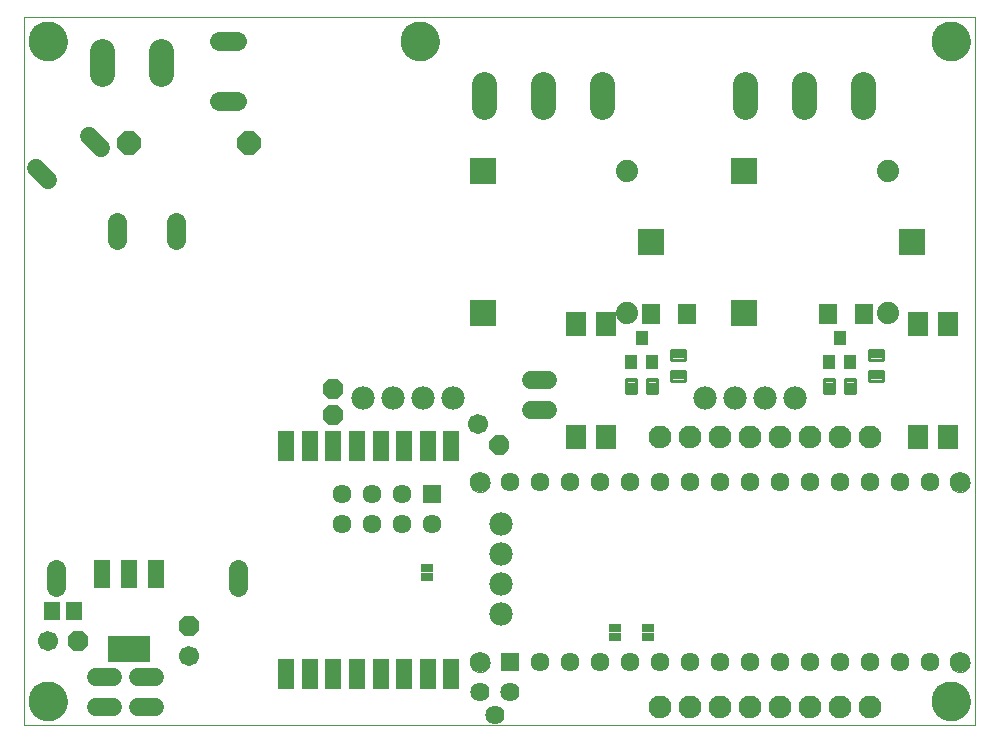
<source format=gbs>
G75*
%MOIN*%
%OFA0B0*%
%FSLAX25Y25*%
%IPPOS*%
%LPD*%
%AMOC8*
5,1,8,0,0,1.08239X$1,22.5*
%
%ADD10C,0.00000*%
%ADD11C,0.12998*%
%ADD12R,0.06337X0.06337*%
%ADD13C,0.06337*%
%ADD14C,0.01340*%
%ADD15C,0.06700*%
%ADD16R,0.05400X0.10400*%
%ADD17R,0.03900X0.02800*%
%ADD18OC8,0.06700*%
%ADD19R,0.09000X0.09000*%
%ADD20C,0.07400*%
%ADD21C,0.01100*%
%ADD22R,0.04400X0.04900*%
%ADD23C,0.08200*%
%ADD24R,0.06400X0.07000*%
%ADD25R,0.06699X0.08274*%
%ADD26C,0.07600*%
%ADD27C,0.06337*%
%ADD28C,0.06000*%
%ADD29C,0.06400*%
%ADD30R,0.05518X0.06306*%
%ADD31R,0.05400X0.09400*%
%ADD32R,0.14400X0.08900*%
%ADD33C,0.06900*%
%ADD34C,0.07800*%
%ADD35OC8,0.08000*%
%ADD36C,0.06400*%
D10*
X0006435Y0031850D02*
X0323435Y0031850D01*
X0323435Y0267850D01*
X0006435Y0267850D01*
X0006435Y0031850D01*
X0008136Y0039850D02*
X0008138Y0040008D01*
X0008144Y0040166D01*
X0008154Y0040324D01*
X0008168Y0040482D01*
X0008186Y0040639D01*
X0008207Y0040796D01*
X0008233Y0040952D01*
X0008263Y0041108D01*
X0008296Y0041263D01*
X0008334Y0041416D01*
X0008375Y0041569D01*
X0008420Y0041721D01*
X0008469Y0041872D01*
X0008522Y0042021D01*
X0008578Y0042169D01*
X0008638Y0042315D01*
X0008702Y0042460D01*
X0008770Y0042603D01*
X0008841Y0042745D01*
X0008915Y0042885D01*
X0008993Y0043022D01*
X0009075Y0043158D01*
X0009159Y0043292D01*
X0009248Y0043423D01*
X0009339Y0043552D01*
X0009434Y0043679D01*
X0009531Y0043804D01*
X0009632Y0043926D01*
X0009736Y0044045D01*
X0009843Y0044162D01*
X0009953Y0044276D01*
X0010066Y0044387D01*
X0010181Y0044496D01*
X0010299Y0044601D01*
X0010420Y0044703D01*
X0010543Y0044803D01*
X0010669Y0044899D01*
X0010797Y0044992D01*
X0010927Y0045082D01*
X0011060Y0045168D01*
X0011195Y0045252D01*
X0011331Y0045331D01*
X0011470Y0045408D01*
X0011611Y0045480D01*
X0011753Y0045550D01*
X0011897Y0045615D01*
X0012043Y0045677D01*
X0012190Y0045735D01*
X0012339Y0045790D01*
X0012489Y0045841D01*
X0012640Y0045888D01*
X0012792Y0045931D01*
X0012945Y0045970D01*
X0013100Y0046006D01*
X0013255Y0046037D01*
X0013411Y0046065D01*
X0013567Y0046089D01*
X0013724Y0046109D01*
X0013882Y0046125D01*
X0014039Y0046137D01*
X0014198Y0046145D01*
X0014356Y0046149D01*
X0014514Y0046149D01*
X0014672Y0046145D01*
X0014831Y0046137D01*
X0014988Y0046125D01*
X0015146Y0046109D01*
X0015303Y0046089D01*
X0015459Y0046065D01*
X0015615Y0046037D01*
X0015770Y0046006D01*
X0015925Y0045970D01*
X0016078Y0045931D01*
X0016230Y0045888D01*
X0016381Y0045841D01*
X0016531Y0045790D01*
X0016680Y0045735D01*
X0016827Y0045677D01*
X0016973Y0045615D01*
X0017117Y0045550D01*
X0017259Y0045480D01*
X0017400Y0045408D01*
X0017539Y0045331D01*
X0017675Y0045252D01*
X0017810Y0045168D01*
X0017943Y0045082D01*
X0018073Y0044992D01*
X0018201Y0044899D01*
X0018327Y0044803D01*
X0018450Y0044703D01*
X0018571Y0044601D01*
X0018689Y0044496D01*
X0018804Y0044387D01*
X0018917Y0044276D01*
X0019027Y0044162D01*
X0019134Y0044045D01*
X0019238Y0043926D01*
X0019339Y0043804D01*
X0019436Y0043679D01*
X0019531Y0043552D01*
X0019622Y0043423D01*
X0019711Y0043292D01*
X0019795Y0043158D01*
X0019877Y0043022D01*
X0019955Y0042885D01*
X0020029Y0042745D01*
X0020100Y0042603D01*
X0020168Y0042460D01*
X0020232Y0042315D01*
X0020292Y0042169D01*
X0020348Y0042021D01*
X0020401Y0041872D01*
X0020450Y0041721D01*
X0020495Y0041569D01*
X0020536Y0041416D01*
X0020574Y0041263D01*
X0020607Y0041108D01*
X0020637Y0040952D01*
X0020663Y0040796D01*
X0020684Y0040639D01*
X0020702Y0040482D01*
X0020716Y0040324D01*
X0020726Y0040166D01*
X0020732Y0040008D01*
X0020734Y0039850D01*
X0020732Y0039692D01*
X0020726Y0039534D01*
X0020716Y0039376D01*
X0020702Y0039218D01*
X0020684Y0039061D01*
X0020663Y0038904D01*
X0020637Y0038748D01*
X0020607Y0038592D01*
X0020574Y0038437D01*
X0020536Y0038284D01*
X0020495Y0038131D01*
X0020450Y0037979D01*
X0020401Y0037828D01*
X0020348Y0037679D01*
X0020292Y0037531D01*
X0020232Y0037385D01*
X0020168Y0037240D01*
X0020100Y0037097D01*
X0020029Y0036955D01*
X0019955Y0036815D01*
X0019877Y0036678D01*
X0019795Y0036542D01*
X0019711Y0036408D01*
X0019622Y0036277D01*
X0019531Y0036148D01*
X0019436Y0036021D01*
X0019339Y0035896D01*
X0019238Y0035774D01*
X0019134Y0035655D01*
X0019027Y0035538D01*
X0018917Y0035424D01*
X0018804Y0035313D01*
X0018689Y0035204D01*
X0018571Y0035099D01*
X0018450Y0034997D01*
X0018327Y0034897D01*
X0018201Y0034801D01*
X0018073Y0034708D01*
X0017943Y0034618D01*
X0017810Y0034532D01*
X0017675Y0034448D01*
X0017539Y0034369D01*
X0017400Y0034292D01*
X0017259Y0034220D01*
X0017117Y0034150D01*
X0016973Y0034085D01*
X0016827Y0034023D01*
X0016680Y0033965D01*
X0016531Y0033910D01*
X0016381Y0033859D01*
X0016230Y0033812D01*
X0016078Y0033769D01*
X0015925Y0033730D01*
X0015770Y0033694D01*
X0015615Y0033663D01*
X0015459Y0033635D01*
X0015303Y0033611D01*
X0015146Y0033591D01*
X0014988Y0033575D01*
X0014831Y0033563D01*
X0014672Y0033555D01*
X0014514Y0033551D01*
X0014356Y0033551D01*
X0014198Y0033555D01*
X0014039Y0033563D01*
X0013882Y0033575D01*
X0013724Y0033591D01*
X0013567Y0033611D01*
X0013411Y0033635D01*
X0013255Y0033663D01*
X0013100Y0033694D01*
X0012945Y0033730D01*
X0012792Y0033769D01*
X0012640Y0033812D01*
X0012489Y0033859D01*
X0012339Y0033910D01*
X0012190Y0033965D01*
X0012043Y0034023D01*
X0011897Y0034085D01*
X0011753Y0034150D01*
X0011611Y0034220D01*
X0011470Y0034292D01*
X0011331Y0034369D01*
X0011195Y0034448D01*
X0011060Y0034532D01*
X0010927Y0034618D01*
X0010797Y0034708D01*
X0010669Y0034801D01*
X0010543Y0034897D01*
X0010420Y0034997D01*
X0010299Y0035099D01*
X0010181Y0035204D01*
X0010066Y0035313D01*
X0009953Y0035424D01*
X0009843Y0035538D01*
X0009736Y0035655D01*
X0009632Y0035774D01*
X0009531Y0035896D01*
X0009434Y0036021D01*
X0009339Y0036148D01*
X0009248Y0036277D01*
X0009159Y0036408D01*
X0009075Y0036542D01*
X0008993Y0036678D01*
X0008915Y0036815D01*
X0008841Y0036955D01*
X0008770Y0037097D01*
X0008702Y0037240D01*
X0008638Y0037385D01*
X0008578Y0037531D01*
X0008522Y0037679D01*
X0008469Y0037828D01*
X0008420Y0037979D01*
X0008375Y0038131D01*
X0008334Y0038284D01*
X0008296Y0038437D01*
X0008263Y0038592D01*
X0008233Y0038748D01*
X0008207Y0038904D01*
X0008186Y0039061D01*
X0008168Y0039218D01*
X0008154Y0039376D01*
X0008144Y0039534D01*
X0008138Y0039692D01*
X0008136Y0039850D01*
X0155185Y0052850D02*
X0155187Y0052963D01*
X0155193Y0053077D01*
X0155203Y0053190D01*
X0155217Y0053302D01*
X0155234Y0053414D01*
X0155256Y0053526D01*
X0155282Y0053636D01*
X0155311Y0053746D01*
X0155344Y0053854D01*
X0155381Y0053962D01*
X0155422Y0054067D01*
X0155466Y0054172D01*
X0155514Y0054275D01*
X0155565Y0054376D01*
X0155620Y0054475D01*
X0155679Y0054572D01*
X0155741Y0054667D01*
X0155806Y0054760D01*
X0155874Y0054851D01*
X0155945Y0054939D01*
X0156020Y0055025D01*
X0156097Y0055108D01*
X0156177Y0055188D01*
X0156260Y0055265D01*
X0156346Y0055340D01*
X0156434Y0055411D01*
X0156525Y0055479D01*
X0156618Y0055544D01*
X0156713Y0055606D01*
X0156810Y0055665D01*
X0156909Y0055720D01*
X0157010Y0055771D01*
X0157113Y0055819D01*
X0157218Y0055863D01*
X0157323Y0055904D01*
X0157431Y0055941D01*
X0157539Y0055974D01*
X0157649Y0056003D01*
X0157759Y0056029D01*
X0157871Y0056051D01*
X0157983Y0056068D01*
X0158095Y0056082D01*
X0158208Y0056092D01*
X0158322Y0056098D01*
X0158435Y0056100D01*
X0158548Y0056098D01*
X0158662Y0056092D01*
X0158775Y0056082D01*
X0158887Y0056068D01*
X0158999Y0056051D01*
X0159111Y0056029D01*
X0159221Y0056003D01*
X0159331Y0055974D01*
X0159439Y0055941D01*
X0159547Y0055904D01*
X0159652Y0055863D01*
X0159757Y0055819D01*
X0159860Y0055771D01*
X0159961Y0055720D01*
X0160060Y0055665D01*
X0160157Y0055606D01*
X0160252Y0055544D01*
X0160345Y0055479D01*
X0160436Y0055411D01*
X0160524Y0055340D01*
X0160610Y0055265D01*
X0160693Y0055188D01*
X0160773Y0055108D01*
X0160850Y0055025D01*
X0160925Y0054939D01*
X0160996Y0054851D01*
X0161064Y0054760D01*
X0161129Y0054667D01*
X0161191Y0054572D01*
X0161250Y0054475D01*
X0161305Y0054376D01*
X0161356Y0054275D01*
X0161404Y0054172D01*
X0161448Y0054067D01*
X0161489Y0053962D01*
X0161526Y0053854D01*
X0161559Y0053746D01*
X0161588Y0053636D01*
X0161614Y0053526D01*
X0161636Y0053414D01*
X0161653Y0053302D01*
X0161667Y0053190D01*
X0161677Y0053077D01*
X0161683Y0052963D01*
X0161685Y0052850D01*
X0161683Y0052737D01*
X0161677Y0052623D01*
X0161667Y0052510D01*
X0161653Y0052398D01*
X0161636Y0052286D01*
X0161614Y0052174D01*
X0161588Y0052064D01*
X0161559Y0051954D01*
X0161526Y0051846D01*
X0161489Y0051738D01*
X0161448Y0051633D01*
X0161404Y0051528D01*
X0161356Y0051425D01*
X0161305Y0051324D01*
X0161250Y0051225D01*
X0161191Y0051128D01*
X0161129Y0051033D01*
X0161064Y0050940D01*
X0160996Y0050849D01*
X0160925Y0050761D01*
X0160850Y0050675D01*
X0160773Y0050592D01*
X0160693Y0050512D01*
X0160610Y0050435D01*
X0160524Y0050360D01*
X0160436Y0050289D01*
X0160345Y0050221D01*
X0160252Y0050156D01*
X0160157Y0050094D01*
X0160060Y0050035D01*
X0159961Y0049980D01*
X0159860Y0049929D01*
X0159757Y0049881D01*
X0159652Y0049837D01*
X0159547Y0049796D01*
X0159439Y0049759D01*
X0159331Y0049726D01*
X0159221Y0049697D01*
X0159111Y0049671D01*
X0158999Y0049649D01*
X0158887Y0049632D01*
X0158775Y0049618D01*
X0158662Y0049608D01*
X0158548Y0049602D01*
X0158435Y0049600D01*
X0158322Y0049602D01*
X0158208Y0049608D01*
X0158095Y0049618D01*
X0157983Y0049632D01*
X0157871Y0049649D01*
X0157759Y0049671D01*
X0157649Y0049697D01*
X0157539Y0049726D01*
X0157431Y0049759D01*
X0157323Y0049796D01*
X0157218Y0049837D01*
X0157113Y0049881D01*
X0157010Y0049929D01*
X0156909Y0049980D01*
X0156810Y0050035D01*
X0156713Y0050094D01*
X0156618Y0050156D01*
X0156525Y0050221D01*
X0156434Y0050289D01*
X0156346Y0050360D01*
X0156260Y0050435D01*
X0156177Y0050512D01*
X0156097Y0050592D01*
X0156020Y0050675D01*
X0155945Y0050761D01*
X0155874Y0050849D01*
X0155806Y0050940D01*
X0155741Y0051033D01*
X0155679Y0051128D01*
X0155620Y0051225D01*
X0155565Y0051324D01*
X0155514Y0051425D01*
X0155466Y0051528D01*
X0155422Y0051633D01*
X0155381Y0051738D01*
X0155344Y0051846D01*
X0155311Y0051954D01*
X0155282Y0052064D01*
X0155256Y0052174D01*
X0155234Y0052286D01*
X0155217Y0052398D01*
X0155203Y0052510D01*
X0155193Y0052623D01*
X0155187Y0052737D01*
X0155185Y0052850D01*
X0155185Y0112850D02*
X0155187Y0112963D01*
X0155193Y0113077D01*
X0155203Y0113190D01*
X0155217Y0113302D01*
X0155234Y0113414D01*
X0155256Y0113526D01*
X0155282Y0113636D01*
X0155311Y0113746D01*
X0155344Y0113854D01*
X0155381Y0113962D01*
X0155422Y0114067D01*
X0155466Y0114172D01*
X0155514Y0114275D01*
X0155565Y0114376D01*
X0155620Y0114475D01*
X0155679Y0114572D01*
X0155741Y0114667D01*
X0155806Y0114760D01*
X0155874Y0114851D01*
X0155945Y0114939D01*
X0156020Y0115025D01*
X0156097Y0115108D01*
X0156177Y0115188D01*
X0156260Y0115265D01*
X0156346Y0115340D01*
X0156434Y0115411D01*
X0156525Y0115479D01*
X0156618Y0115544D01*
X0156713Y0115606D01*
X0156810Y0115665D01*
X0156909Y0115720D01*
X0157010Y0115771D01*
X0157113Y0115819D01*
X0157218Y0115863D01*
X0157323Y0115904D01*
X0157431Y0115941D01*
X0157539Y0115974D01*
X0157649Y0116003D01*
X0157759Y0116029D01*
X0157871Y0116051D01*
X0157983Y0116068D01*
X0158095Y0116082D01*
X0158208Y0116092D01*
X0158322Y0116098D01*
X0158435Y0116100D01*
X0158548Y0116098D01*
X0158662Y0116092D01*
X0158775Y0116082D01*
X0158887Y0116068D01*
X0158999Y0116051D01*
X0159111Y0116029D01*
X0159221Y0116003D01*
X0159331Y0115974D01*
X0159439Y0115941D01*
X0159547Y0115904D01*
X0159652Y0115863D01*
X0159757Y0115819D01*
X0159860Y0115771D01*
X0159961Y0115720D01*
X0160060Y0115665D01*
X0160157Y0115606D01*
X0160252Y0115544D01*
X0160345Y0115479D01*
X0160436Y0115411D01*
X0160524Y0115340D01*
X0160610Y0115265D01*
X0160693Y0115188D01*
X0160773Y0115108D01*
X0160850Y0115025D01*
X0160925Y0114939D01*
X0160996Y0114851D01*
X0161064Y0114760D01*
X0161129Y0114667D01*
X0161191Y0114572D01*
X0161250Y0114475D01*
X0161305Y0114376D01*
X0161356Y0114275D01*
X0161404Y0114172D01*
X0161448Y0114067D01*
X0161489Y0113962D01*
X0161526Y0113854D01*
X0161559Y0113746D01*
X0161588Y0113636D01*
X0161614Y0113526D01*
X0161636Y0113414D01*
X0161653Y0113302D01*
X0161667Y0113190D01*
X0161677Y0113077D01*
X0161683Y0112963D01*
X0161685Y0112850D01*
X0161683Y0112737D01*
X0161677Y0112623D01*
X0161667Y0112510D01*
X0161653Y0112398D01*
X0161636Y0112286D01*
X0161614Y0112174D01*
X0161588Y0112064D01*
X0161559Y0111954D01*
X0161526Y0111846D01*
X0161489Y0111738D01*
X0161448Y0111633D01*
X0161404Y0111528D01*
X0161356Y0111425D01*
X0161305Y0111324D01*
X0161250Y0111225D01*
X0161191Y0111128D01*
X0161129Y0111033D01*
X0161064Y0110940D01*
X0160996Y0110849D01*
X0160925Y0110761D01*
X0160850Y0110675D01*
X0160773Y0110592D01*
X0160693Y0110512D01*
X0160610Y0110435D01*
X0160524Y0110360D01*
X0160436Y0110289D01*
X0160345Y0110221D01*
X0160252Y0110156D01*
X0160157Y0110094D01*
X0160060Y0110035D01*
X0159961Y0109980D01*
X0159860Y0109929D01*
X0159757Y0109881D01*
X0159652Y0109837D01*
X0159547Y0109796D01*
X0159439Y0109759D01*
X0159331Y0109726D01*
X0159221Y0109697D01*
X0159111Y0109671D01*
X0158999Y0109649D01*
X0158887Y0109632D01*
X0158775Y0109618D01*
X0158662Y0109608D01*
X0158548Y0109602D01*
X0158435Y0109600D01*
X0158322Y0109602D01*
X0158208Y0109608D01*
X0158095Y0109618D01*
X0157983Y0109632D01*
X0157871Y0109649D01*
X0157759Y0109671D01*
X0157649Y0109697D01*
X0157539Y0109726D01*
X0157431Y0109759D01*
X0157323Y0109796D01*
X0157218Y0109837D01*
X0157113Y0109881D01*
X0157010Y0109929D01*
X0156909Y0109980D01*
X0156810Y0110035D01*
X0156713Y0110094D01*
X0156618Y0110156D01*
X0156525Y0110221D01*
X0156434Y0110289D01*
X0156346Y0110360D01*
X0156260Y0110435D01*
X0156177Y0110512D01*
X0156097Y0110592D01*
X0156020Y0110675D01*
X0155945Y0110761D01*
X0155874Y0110849D01*
X0155806Y0110940D01*
X0155741Y0111033D01*
X0155679Y0111128D01*
X0155620Y0111225D01*
X0155565Y0111324D01*
X0155514Y0111425D01*
X0155466Y0111528D01*
X0155422Y0111633D01*
X0155381Y0111738D01*
X0155344Y0111846D01*
X0155311Y0111954D01*
X0155282Y0112064D01*
X0155256Y0112174D01*
X0155234Y0112286D01*
X0155217Y0112398D01*
X0155203Y0112510D01*
X0155193Y0112623D01*
X0155187Y0112737D01*
X0155185Y0112850D01*
X0309136Y0039850D02*
X0309138Y0040008D01*
X0309144Y0040166D01*
X0309154Y0040324D01*
X0309168Y0040482D01*
X0309186Y0040639D01*
X0309207Y0040796D01*
X0309233Y0040952D01*
X0309263Y0041108D01*
X0309296Y0041263D01*
X0309334Y0041416D01*
X0309375Y0041569D01*
X0309420Y0041721D01*
X0309469Y0041872D01*
X0309522Y0042021D01*
X0309578Y0042169D01*
X0309638Y0042315D01*
X0309702Y0042460D01*
X0309770Y0042603D01*
X0309841Y0042745D01*
X0309915Y0042885D01*
X0309993Y0043022D01*
X0310075Y0043158D01*
X0310159Y0043292D01*
X0310248Y0043423D01*
X0310339Y0043552D01*
X0310434Y0043679D01*
X0310531Y0043804D01*
X0310632Y0043926D01*
X0310736Y0044045D01*
X0310843Y0044162D01*
X0310953Y0044276D01*
X0311066Y0044387D01*
X0311181Y0044496D01*
X0311299Y0044601D01*
X0311420Y0044703D01*
X0311543Y0044803D01*
X0311669Y0044899D01*
X0311797Y0044992D01*
X0311927Y0045082D01*
X0312060Y0045168D01*
X0312195Y0045252D01*
X0312331Y0045331D01*
X0312470Y0045408D01*
X0312611Y0045480D01*
X0312753Y0045550D01*
X0312897Y0045615D01*
X0313043Y0045677D01*
X0313190Y0045735D01*
X0313339Y0045790D01*
X0313489Y0045841D01*
X0313640Y0045888D01*
X0313792Y0045931D01*
X0313945Y0045970D01*
X0314100Y0046006D01*
X0314255Y0046037D01*
X0314411Y0046065D01*
X0314567Y0046089D01*
X0314724Y0046109D01*
X0314882Y0046125D01*
X0315039Y0046137D01*
X0315198Y0046145D01*
X0315356Y0046149D01*
X0315514Y0046149D01*
X0315672Y0046145D01*
X0315831Y0046137D01*
X0315988Y0046125D01*
X0316146Y0046109D01*
X0316303Y0046089D01*
X0316459Y0046065D01*
X0316615Y0046037D01*
X0316770Y0046006D01*
X0316925Y0045970D01*
X0317078Y0045931D01*
X0317230Y0045888D01*
X0317381Y0045841D01*
X0317531Y0045790D01*
X0317680Y0045735D01*
X0317827Y0045677D01*
X0317973Y0045615D01*
X0318117Y0045550D01*
X0318259Y0045480D01*
X0318400Y0045408D01*
X0318539Y0045331D01*
X0318675Y0045252D01*
X0318810Y0045168D01*
X0318943Y0045082D01*
X0319073Y0044992D01*
X0319201Y0044899D01*
X0319327Y0044803D01*
X0319450Y0044703D01*
X0319571Y0044601D01*
X0319689Y0044496D01*
X0319804Y0044387D01*
X0319917Y0044276D01*
X0320027Y0044162D01*
X0320134Y0044045D01*
X0320238Y0043926D01*
X0320339Y0043804D01*
X0320436Y0043679D01*
X0320531Y0043552D01*
X0320622Y0043423D01*
X0320711Y0043292D01*
X0320795Y0043158D01*
X0320877Y0043022D01*
X0320955Y0042885D01*
X0321029Y0042745D01*
X0321100Y0042603D01*
X0321168Y0042460D01*
X0321232Y0042315D01*
X0321292Y0042169D01*
X0321348Y0042021D01*
X0321401Y0041872D01*
X0321450Y0041721D01*
X0321495Y0041569D01*
X0321536Y0041416D01*
X0321574Y0041263D01*
X0321607Y0041108D01*
X0321637Y0040952D01*
X0321663Y0040796D01*
X0321684Y0040639D01*
X0321702Y0040482D01*
X0321716Y0040324D01*
X0321726Y0040166D01*
X0321732Y0040008D01*
X0321734Y0039850D01*
X0321732Y0039692D01*
X0321726Y0039534D01*
X0321716Y0039376D01*
X0321702Y0039218D01*
X0321684Y0039061D01*
X0321663Y0038904D01*
X0321637Y0038748D01*
X0321607Y0038592D01*
X0321574Y0038437D01*
X0321536Y0038284D01*
X0321495Y0038131D01*
X0321450Y0037979D01*
X0321401Y0037828D01*
X0321348Y0037679D01*
X0321292Y0037531D01*
X0321232Y0037385D01*
X0321168Y0037240D01*
X0321100Y0037097D01*
X0321029Y0036955D01*
X0320955Y0036815D01*
X0320877Y0036678D01*
X0320795Y0036542D01*
X0320711Y0036408D01*
X0320622Y0036277D01*
X0320531Y0036148D01*
X0320436Y0036021D01*
X0320339Y0035896D01*
X0320238Y0035774D01*
X0320134Y0035655D01*
X0320027Y0035538D01*
X0319917Y0035424D01*
X0319804Y0035313D01*
X0319689Y0035204D01*
X0319571Y0035099D01*
X0319450Y0034997D01*
X0319327Y0034897D01*
X0319201Y0034801D01*
X0319073Y0034708D01*
X0318943Y0034618D01*
X0318810Y0034532D01*
X0318675Y0034448D01*
X0318539Y0034369D01*
X0318400Y0034292D01*
X0318259Y0034220D01*
X0318117Y0034150D01*
X0317973Y0034085D01*
X0317827Y0034023D01*
X0317680Y0033965D01*
X0317531Y0033910D01*
X0317381Y0033859D01*
X0317230Y0033812D01*
X0317078Y0033769D01*
X0316925Y0033730D01*
X0316770Y0033694D01*
X0316615Y0033663D01*
X0316459Y0033635D01*
X0316303Y0033611D01*
X0316146Y0033591D01*
X0315988Y0033575D01*
X0315831Y0033563D01*
X0315672Y0033555D01*
X0315514Y0033551D01*
X0315356Y0033551D01*
X0315198Y0033555D01*
X0315039Y0033563D01*
X0314882Y0033575D01*
X0314724Y0033591D01*
X0314567Y0033611D01*
X0314411Y0033635D01*
X0314255Y0033663D01*
X0314100Y0033694D01*
X0313945Y0033730D01*
X0313792Y0033769D01*
X0313640Y0033812D01*
X0313489Y0033859D01*
X0313339Y0033910D01*
X0313190Y0033965D01*
X0313043Y0034023D01*
X0312897Y0034085D01*
X0312753Y0034150D01*
X0312611Y0034220D01*
X0312470Y0034292D01*
X0312331Y0034369D01*
X0312195Y0034448D01*
X0312060Y0034532D01*
X0311927Y0034618D01*
X0311797Y0034708D01*
X0311669Y0034801D01*
X0311543Y0034897D01*
X0311420Y0034997D01*
X0311299Y0035099D01*
X0311181Y0035204D01*
X0311066Y0035313D01*
X0310953Y0035424D01*
X0310843Y0035538D01*
X0310736Y0035655D01*
X0310632Y0035774D01*
X0310531Y0035896D01*
X0310434Y0036021D01*
X0310339Y0036148D01*
X0310248Y0036277D01*
X0310159Y0036408D01*
X0310075Y0036542D01*
X0309993Y0036678D01*
X0309915Y0036815D01*
X0309841Y0036955D01*
X0309770Y0037097D01*
X0309702Y0037240D01*
X0309638Y0037385D01*
X0309578Y0037531D01*
X0309522Y0037679D01*
X0309469Y0037828D01*
X0309420Y0037979D01*
X0309375Y0038131D01*
X0309334Y0038284D01*
X0309296Y0038437D01*
X0309263Y0038592D01*
X0309233Y0038748D01*
X0309207Y0038904D01*
X0309186Y0039061D01*
X0309168Y0039218D01*
X0309154Y0039376D01*
X0309144Y0039534D01*
X0309138Y0039692D01*
X0309136Y0039850D01*
X0315185Y0052850D02*
X0315187Y0052963D01*
X0315193Y0053077D01*
X0315203Y0053190D01*
X0315217Y0053302D01*
X0315234Y0053414D01*
X0315256Y0053526D01*
X0315282Y0053636D01*
X0315311Y0053746D01*
X0315344Y0053854D01*
X0315381Y0053962D01*
X0315422Y0054067D01*
X0315466Y0054172D01*
X0315514Y0054275D01*
X0315565Y0054376D01*
X0315620Y0054475D01*
X0315679Y0054572D01*
X0315741Y0054667D01*
X0315806Y0054760D01*
X0315874Y0054851D01*
X0315945Y0054939D01*
X0316020Y0055025D01*
X0316097Y0055108D01*
X0316177Y0055188D01*
X0316260Y0055265D01*
X0316346Y0055340D01*
X0316434Y0055411D01*
X0316525Y0055479D01*
X0316618Y0055544D01*
X0316713Y0055606D01*
X0316810Y0055665D01*
X0316909Y0055720D01*
X0317010Y0055771D01*
X0317113Y0055819D01*
X0317218Y0055863D01*
X0317323Y0055904D01*
X0317431Y0055941D01*
X0317539Y0055974D01*
X0317649Y0056003D01*
X0317759Y0056029D01*
X0317871Y0056051D01*
X0317983Y0056068D01*
X0318095Y0056082D01*
X0318208Y0056092D01*
X0318322Y0056098D01*
X0318435Y0056100D01*
X0318548Y0056098D01*
X0318662Y0056092D01*
X0318775Y0056082D01*
X0318887Y0056068D01*
X0318999Y0056051D01*
X0319111Y0056029D01*
X0319221Y0056003D01*
X0319331Y0055974D01*
X0319439Y0055941D01*
X0319547Y0055904D01*
X0319652Y0055863D01*
X0319757Y0055819D01*
X0319860Y0055771D01*
X0319961Y0055720D01*
X0320060Y0055665D01*
X0320157Y0055606D01*
X0320252Y0055544D01*
X0320345Y0055479D01*
X0320436Y0055411D01*
X0320524Y0055340D01*
X0320610Y0055265D01*
X0320693Y0055188D01*
X0320773Y0055108D01*
X0320850Y0055025D01*
X0320925Y0054939D01*
X0320996Y0054851D01*
X0321064Y0054760D01*
X0321129Y0054667D01*
X0321191Y0054572D01*
X0321250Y0054475D01*
X0321305Y0054376D01*
X0321356Y0054275D01*
X0321404Y0054172D01*
X0321448Y0054067D01*
X0321489Y0053962D01*
X0321526Y0053854D01*
X0321559Y0053746D01*
X0321588Y0053636D01*
X0321614Y0053526D01*
X0321636Y0053414D01*
X0321653Y0053302D01*
X0321667Y0053190D01*
X0321677Y0053077D01*
X0321683Y0052963D01*
X0321685Y0052850D01*
X0321683Y0052737D01*
X0321677Y0052623D01*
X0321667Y0052510D01*
X0321653Y0052398D01*
X0321636Y0052286D01*
X0321614Y0052174D01*
X0321588Y0052064D01*
X0321559Y0051954D01*
X0321526Y0051846D01*
X0321489Y0051738D01*
X0321448Y0051633D01*
X0321404Y0051528D01*
X0321356Y0051425D01*
X0321305Y0051324D01*
X0321250Y0051225D01*
X0321191Y0051128D01*
X0321129Y0051033D01*
X0321064Y0050940D01*
X0320996Y0050849D01*
X0320925Y0050761D01*
X0320850Y0050675D01*
X0320773Y0050592D01*
X0320693Y0050512D01*
X0320610Y0050435D01*
X0320524Y0050360D01*
X0320436Y0050289D01*
X0320345Y0050221D01*
X0320252Y0050156D01*
X0320157Y0050094D01*
X0320060Y0050035D01*
X0319961Y0049980D01*
X0319860Y0049929D01*
X0319757Y0049881D01*
X0319652Y0049837D01*
X0319547Y0049796D01*
X0319439Y0049759D01*
X0319331Y0049726D01*
X0319221Y0049697D01*
X0319111Y0049671D01*
X0318999Y0049649D01*
X0318887Y0049632D01*
X0318775Y0049618D01*
X0318662Y0049608D01*
X0318548Y0049602D01*
X0318435Y0049600D01*
X0318322Y0049602D01*
X0318208Y0049608D01*
X0318095Y0049618D01*
X0317983Y0049632D01*
X0317871Y0049649D01*
X0317759Y0049671D01*
X0317649Y0049697D01*
X0317539Y0049726D01*
X0317431Y0049759D01*
X0317323Y0049796D01*
X0317218Y0049837D01*
X0317113Y0049881D01*
X0317010Y0049929D01*
X0316909Y0049980D01*
X0316810Y0050035D01*
X0316713Y0050094D01*
X0316618Y0050156D01*
X0316525Y0050221D01*
X0316434Y0050289D01*
X0316346Y0050360D01*
X0316260Y0050435D01*
X0316177Y0050512D01*
X0316097Y0050592D01*
X0316020Y0050675D01*
X0315945Y0050761D01*
X0315874Y0050849D01*
X0315806Y0050940D01*
X0315741Y0051033D01*
X0315679Y0051128D01*
X0315620Y0051225D01*
X0315565Y0051324D01*
X0315514Y0051425D01*
X0315466Y0051528D01*
X0315422Y0051633D01*
X0315381Y0051738D01*
X0315344Y0051846D01*
X0315311Y0051954D01*
X0315282Y0052064D01*
X0315256Y0052174D01*
X0315234Y0052286D01*
X0315217Y0052398D01*
X0315203Y0052510D01*
X0315193Y0052623D01*
X0315187Y0052737D01*
X0315185Y0052850D01*
X0315185Y0112850D02*
X0315187Y0112963D01*
X0315193Y0113077D01*
X0315203Y0113190D01*
X0315217Y0113302D01*
X0315234Y0113414D01*
X0315256Y0113526D01*
X0315282Y0113636D01*
X0315311Y0113746D01*
X0315344Y0113854D01*
X0315381Y0113962D01*
X0315422Y0114067D01*
X0315466Y0114172D01*
X0315514Y0114275D01*
X0315565Y0114376D01*
X0315620Y0114475D01*
X0315679Y0114572D01*
X0315741Y0114667D01*
X0315806Y0114760D01*
X0315874Y0114851D01*
X0315945Y0114939D01*
X0316020Y0115025D01*
X0316097Y0115108D01*
X0316177Y0115188D01*
X0316260Y0115265D01*
X0316346Y0115340D01*
X0316434Y0115411D01*
X0316525Y0115479D01*
X0316618Y0115544D01*
X0316713Y0115606D01*
X0316810Y0115665D01*
X0316909Y0115720D01*
X0317010Y0115771D01*
X0317113Y0115819D01*
X0317218Y0115863D01*
X0317323Y0115904D01*
X0317431Y0115941D01*
X0317539Y0115974D01*
X0317649Y0116003D01*
X0317759Y0116029D01*
X0317871Y0116051D01*
X0317983Y0116068D01*
X0318095Y0116082D01*
X0318208Y0116092D01*
X0318322Y0116098D01*
X0318435Y0116100D01*
X0318548Y0116098D01*
X0318662Y0116092D01*
X0318775Y0116082D01*
X0318887Y0116068D01*
X0318999Y0116051D01*
X0319111Y0116029D01*
X0319221Y0116003D01*
X0319331Y0115974D01*
X0319439Y0115941D01*
X0319547Y0115904D01*
X0319652Y0115863D01*
X0319757Y0115819D01*
X0319860Y0115771D01*
X0319961Y0115720D01*
X0320060Y0115665D01*
X0320157Y0115606D01*
X0320252Y0115544D01*
X0320345Y0115479D01*
X0320436Y0115411D01*
X0320524Y0115340D01*
X0320610Y0115265D01*
X0320693Y0115188D01*
X0320773Y0115108D01*
X0320850Y0115025D01*
X0320925Y0114939D01*
X0320996Y0114851D01*
X0321064Y0114760D01*
X0321129Y0114667D01*
X0321191Y0114572D01*
X0321250Y0114475D01*
X0321305Y0114376D01*
X0321356Y0114275D01*
X0321404Y0114172D01*
X0321448Y0114067D01*
X0321489Y0113962D01*
X0321526Y0113854D01*
X0321559Y0113746D01*
X0321588Y0113636D01*
X0321614Y0113526D01*
X0321636Y0113414D01*
X0321653Y0113302D01*
X0321667Y0113190D01*
X0321677Y0113077D01*
X0321683Y0112963D01*
X0321685Y0112850D01*
X0321683Y0112737D01*
X0321677Y0112623D01*
X0321667Y0112510D01*
X0321653Y0112398D01*
X0321636Y0112286D01*
X0321614Y0112174D01*
X0321588Y0112064D01*
X0321559Y0111954D01*
X0321526Y0111846D01*
X0321489Y0111738D01*
X0321448Y0111633D01*
X0321404Y0111528D01*
X0321356Y0111425D01*
X0321305Y0111324D01*
X0321250Y0111225D01*
X0321191Y0111128D01*
X0321129Y0111033D01*
X0321064Y0110940D01*
X0320996Y0110849D01*
X0320925Y0110761D01*
X0320850Y0110675D01*
X0320773Y0110592D01*
X0320693Y0110512D01*
X0320610Y0110435D01*
X0320524Y0110360D01*
X0320436Y0110289D01*
X0320345Y0110221D01*
X0320252Y0110156D01*
X0320157Y0110094D01*
X0320060Y0110035D01*
X0319961Y0109980D01*
X0319860Y0109929D01*
X0319757Y0109881D01*
X0319652Y0109837D01*
X0319547Y0109796D01*
X0319439Y0109759D01*
X0319331Y0109726D01*
X0319221Y0109697D01*
X0319111Y0109671D01*
X0318999Y0109649D01*
X0318887Y0109632D01*
X0318775Y0109618D01*
X0318662Y0109608D01*
X0318548Y0109602D01*
X0318435Y0109600D01*
X0318322Y0109602D01*
X0318208Y0109608D01*
X0318095Y0109618D01*
X0317983Y0109632D01*
X0317871Y0109649D01*
X0317759Y0109671D01*
X0317649Y0109697D01*
X0317539Y0109726D01*
X0317431Y0109759D01*
X0317323Y0109796D01*
X0317218Y0109837D01*
X0317113Y0109881D01*
X0317010Y0109929D01*
X0316909Y0109980D01*
X0316810Y0110035D01*
X0316713Y0110094D01*
X0316618Y0110156D01*
X0316525Y0110221D01*
X0316434Y0110289D01*
X0316346Y0110360D01*
X0316260Y0110435D01*
X0316177Y0110512D01*
X0316097Y0110592D01*
X0316020Y0110675D01*
X0315945Y0110761D01*
X0315874Y0110849D01*
X0315806Y0110940D01*
X0315741Y0111033D01*
X0315679Y0111128D01*
X0315620Y0111225D01*
X0315565Y0111324D01*
X0315514Y0111425D01*
X0315466Y0111528D01*
X0315422Y0111633D01*
X0315381Y0111738D01*
X0315344Y0111846D01*
X0315311Y0111954D01*
X0315282Y0112064D01*
X0315256Y0112174D01*
X0315234Y0112286D01*
X0315217Y0112398D01*
X0315203Y0112510D01*
X0315193Y0112623D01*
X0315187Y0112737D01*
X0315185Y0112850D01*
X0309136Y0259850D02*
X0309138Y0260008D01*
X0309144Y0260166D01*
X0309154Y0260324D01*
X0309168Y0260482D01*
X0309186Y0260639D01*
X0309207Y0260796D01*
X0309233Y0260952D01*
X0309263Y0261108D01*
X0309296Y0261263D01*
X0309334Y0261416D01*
X0309375Y0261569D01*
X0309420Y0261721D01*
X0309469Y0261872D01*
X0309522Y0262021D01*
X0309578Y0262169D01*
X0309638Y0262315D01*
X0309702Y0262460D01*
X0309770Y0262603D01*
X0309841Y0262745D01*
X0309915Y0262885D01*
X0309993Y0263022D01*
X0310075Y0263158D01*
X0310159Y0263292D01*
X0310248Y0263423D01*
X0310339Y0263552D01*
X0310434Y0263679D01*
X0310531Y0263804D01*
X0310632Y0263926D01*
X0310736Y0264045D01*
X0310843Y0264162D01*
X0310953Y0264276D01*
X0311066Y0264387D01*
X0311181Y0264496D01*
X0311299Y0264601D01*
X0311420Y0264703D01*
X0311543Y0264803D01*
X0311669Y0264899D01*
X0311797Y0264992D01*
X0311927Y0265082D01*
X0312060Y0265168D01*
X0312195Y0265252D01*
X0312331Y0265331D01*
X0312470Y0265408D01*
X0312611Y0265480D01*
X0312753Y0265550D01*
X0312897Y0265615D01*
X0313043Y0265677D01*
X0313190Y0265735D01*
X0313339Y0265790D01*
X0313489Y0265841D01*
X0313640Y0265888D01*
X0313792Y0265931D01*
X0313945Y0265970D01*
X0314100Y0266006D01*
X0314255Y0266037D01*
X0314411Y0266065D01*
X0314567Y0266089D01*
X0314724Y0266109D01*
X0314882Y0266125D01*
X0315039Y0266137D01*
X0315198Y0266145D01*
X0315356Y0266149D01*
X0315514Y0266149D01*
X0315672Y0266145D01*
X0315831Y0266137D01*
X0315988Y0266125D01*
X0316146Y0266109D01*
X0316303Y0266089D01*
X0316459Y0266065D01*
X0316615Y0266037D01*
X0316770Y0266006D01*
X0316925Y0265970D01*
X0317078Y0265931D01*
X0317230Y0265888D01*
X0317381Y0265841D01*
X0317531Y0265790D01*
X0317680Y0265735D01*
X0317827Y0265677D01*
X0317973Y0265615D01*
X0318117Y0265550D01*
X0318259Y0265480D01*
X0318400Y0265408D01*
X0318539Y0265331D01*
X0318675Y0265252D01*
X0318810Y0265168D01*
X0318943Y0265082D01*
X0319073Y0264992D01*
X0319201Y0264899D01*
X0319327Y0264803D01*
X0319450Y0264703D01*
X0319571Y0264601D01*
X0319689Y0264496D01*
X0319804Y0264387D01*
X0319917Y0264276D01*
X0320027Y0264162D01*
X0320134Y0264045D01*
X0320238Y0263926D01*
X0320339Y0263804D01*
X0320436Y0263679D01*
X0320531Y0263552D01*
X0320622Y0263423D01*
X0320711Y0263292D01*
X0320795Y0263158D01*
X0320877Y0263022D01*
X0320955Y0262885D01*
X0321029Y0262745D01*
X0321100Y0262603D01*
X0321168Y0262460D01*
X0321232Y0262315D01*
X0321292Y0262169D01*
X0321348Y0262021D01*
X0321401Y0261872D01*
X0321450Y0261721D01*
X0321495Y0261569D01*
X0321536Y0261416D01*
X0321574Y0261263D01*
X0321607Y0261108D01*
X0321637Y0260952D01*
X0321663Y0260796D01*
X0321684Y0260639D01*
X0321702Y0260482D01*
X0321716Y0260324D01*
X0321726Y0260166D01*
X0321732Y0260008D01*
X0321734Y0259850D01*
X0321732Y0259692D01*
X0321726Y0259534D01*
X0321716Y0259376D01*
X0321702Y0259218D01*
X0321684Y0259061D01*
X0321663Y0258904D01*
X0321637Y0258748D01*
X0321607Y0258592D01*
X0321574Y0258437D01*
X0321536Y0258284D01*
X0321495Y0258131D01*
X0321450Y0257979D01*
X0321401Y0257828D01*
X0321348Y0257679D01*
X0321292Y0257531D01*
X0321232Y0257385D01*
X0321168Y0257240D01*
X0321100Y0257097D01*
X0321029Y0256955D01*
X0320955Y0256815D01*
X0320877Y0256678D01*
X0320795Y0256542D01*
X0320711Y0256408D01*
X0320622Y0256277D01*
X0320531Y0256148D01*
X0320436Y0256021D01*
X0320339Y0255896D01*
X0320238Y0255774D01*
X0320134Y0255655D01*
X0320027Y0255538D01*
X0319917Y0255424D01*
X0319804Y0255313D01*
X0319689Y0255204D01*
X0319571Y0255099D01*
X0319450Y0254997D01*
X0319327Y0254897D01*
X0319201Y0254801D01*
X0319073Y0254708D01*
X0318943Y0254618D01*
X0318810Y0254532D01*
X0318675Y0254448D01*
X0318539Y0254369D01*
X0318400Y0254292D01*
X0318259Y0254220D01*
X0318117Y0254150D01*
X0317973Y0254085D01*
X0317827Y0254023D01*
X0317680Y0253965D01*
X0317531Y0253910D01*
X0317381Y0253859D01*
X0317230Y0253812D01*
X0317078Y0253769D01*
X0316925Y0253730D01*
X0316770Y0253694D01*
X0316615Y0253663D01*
X0316459Y0253635D01*
X0316303Y0253611D01*
X0316146Y0253591D01*
X0315988Y0253575D01*
X0315831Y0253563D01*
X0315672Y0253555D01*
X0315514Y0253551D01*
X0315356Y0253551D01*
X0315198Y0253555D01*
X0315039Y0253563D01*
X0314882Y0253575D01*
X0314724Y0253591D01*
X0314567Y0253611D01*
X0314411Y0253635D01*
X0314255Y0253663D01*
X0314100Y0253694D01*
X0313945Y0253730D01*
X0313792Y0253769D01*
X0313640Y0253812D01*
X0313489Y0253859D01*
X0313339Y0253910D01*
X0313190Y0253965D01*
X0313043Y0254023D01*
X0312897Y0254085D01*
X0312753Y0254150D01*
X0312611Y0254220D01*
X0312470Y0254292D01*
X0312331Y0254369D01*
X0312195Y0254448D01*
X0312060Y0254532D01*
X0311927Y0254618D01*
X0311797Y0254708D01*
X0311669Y0254801D01*
X0311543Y0254897D01*
X0311420Y0254997D01*
X0311299Y0255099D01*
X0311181Y0255204D01*
X0311066Y0255313D01*
X0310953Y0255424D01*
X0310843Y0255538D01*
X0310736Y0255655D01*
X0310632Y0255774D01*
X0310531Y0255896D01*
X0310434Y0256021D01*
X0310339Y0256148D01*
X0310248Y0256277D01*
X0310159Y0256408D01*
X0310075Y0256542D01*
X0309993Y0256678D01*
X0309915Y0256815D01*
X0309841Y0256955D01*
X0309770Y0257097D01*
X0309702Y0257240D01*
X0309638Y0257385D01*
X0309578Y0257531D01*
X0309522Y0257679D01*
X0309469Y0257828D01*
X0309420Y0257979D01*
X0309375Y0258131D01*
X0309334Y0258284D01*
X0309296Y0258437D01*
X0309263Y0258592D01*
X0309233Y0258748D01*
X0309207Y0258904D01*
X0309186Y0259061D01*
X0309168Y0259218D01*
X0309154Y0259376D01*
X0309144Y0259534D01*
X0309138Y0259692D01*
X0309136Y0259850D01*
X0132136Y0259850D02*
X0132138Y0260008D01*
X0132144Y0260166D01*
X0132154Y0260324D01*
X0132168Y0260482D01*
X0132186Y0260639D01*
X0132207Y0260796D01*
X0132233Y0260952D01*
X0132263Y0261108D01*
X0132296Y0261263D01*
X0132334Y0261416D01*
X0132375Y0261569D01*
X0132420Y0261721D01*
X0132469Y0261872D01*
X0132522Y0262021D01*
X0132578Y0262169D01*
X0132638Y0262315D01*
X0132702Y0262460D01*
X0132770Y0262603D01*
X0132841Y0262745D01*
X0132915Y0262885D01*
X0132993Y0263022D01*
X0133075Y0263158D01*
X0133159Y0263292D01*
X0133248Y0263423D01*
X0133339Y0263552D01*
X0133434Y0263679D01*
X0133531Y0263804D01*
X0133632Y0263926D01*
X0133736Y0264045D01*
X0133843Y0264162D01*
X0133953Y0264276D01*
X0134066Y0264387D01*
X0134181Y0264496D01*
X0134299Y0264601D01*
X0134420Y0264703D01*
X0134543Y0264803D01*
X0134669Y0264899D01*
X0134797Y0264992D01*
X0134927Y0265082D01*
X0135060Y0265168D01*
X0135195Y0265252D01*
X0135331Y0265331D01*
X0135470Y0265408D01*
X0135611Y0265480D01*
X0135753Y0265550D01*
X0135897Y0265615D01*
X0136043Y0265677D01*
X0136190Y0265735D01*
X0136339Y0265790D01*
X0136489Y0265841D01*
X0136640Y0265888D01*
X0136792Y0265931D01*
X0136945Y0265970D01*
X0137100Y0266006D01*
X0137255Y0266037D01*
X0137411Y0266065D01*
X0137567Y0266089D01*
X0137724Y0266109D01*
X0137882Y0266125D01*
X0138039Y0266137D01*
X0138198Y0266145D01*
X0138356Y0266149D01*
X0138514Y0266149D01*
X0138672Y0266145D01*
X0138831Y0266137D01*
X0138988Y0266125D01*
X0139146Y0266109D01*
X0139303Y0266089D01*
X0139459Y0266065D01*
X0139615Y0266037D01*
X0139770Y0266006D01*
X0139925Y0265970D01*
X0140078Y0265931D01*
X0140230Y0265888D01*
X0140381Y0265841D01*
X0140531Y0265790D01*
X0140680Y0265735D01*
X0140827Y0265677D01*
X0140973Y0265615D01*
X0141117Y0265550D01*
X0141259Y0265480D01*
X0141400Y0265408D01*
X0141539Y0265331D01*
X0141675Y0265252D01*
X0141810Y0265168D01*
X0141943Y0265082D01*
X0142073Y0264992D01*
X0142201Y0264899D01*
X0142327Y0264803D01*
X0142450Y0264703D01*
X0142571Y0264601D01*
X0142689Y0264496D01*
X0142804Y0264387D01*
X0142917Y0264276D01*
X0143027Y0264162D01*
X0143134Y0264045D01*
X0143238Y0263926D01*
X0143339Y0263804D01*
X0143436Y0263679D01*
X0143531Y0263552D01*
X0143622Y0263423D01*
X0143711Y0263292D01*
X0143795Y0263158D01*
X0143877Y0263022D01*
X0143955Y0262885D01*
X0144029Y0262745D01*
X0144100Y0262603D01*
X0144168Y0262460D01*
X0144232Y0262315D01*
X0144292Y0262169D01*
X0144348Y0262021D01*
X0144401Y0261872D01*
X0144450Y0261721D01*
X0144495Y0261569D01*
X0144536Y0261416D01*
X0144574Y0261263D01*
X0144607Y0261108D01*
X0144637Y0260952D01*
X0144663Y0260796D01*
X0144684Y0260639D01*
X0144702Y0260482D01*
X0144716Y0260324D01*
X0144726Y0260166D01*
X0144732Y0260008D01*
X0144734Y0259850D01*
X0144732Y0259692D01*
X0144726Y0259534D01*
X0144716Y0259376D01*
X0144702Y0259218D01*
X0144684Y0259061D01*
X0144663Y0258904D01*
X0144637Y0258748D01*
X0144607Y0258592D01*
X0144574Y0258437D01*
X0144536Y0258284D01*
X0144495Y0258131D01*
X0144450Y0257979D01*
X0144401Y0257828D01*
X0144348Y0257679D01*
X0144292Y0257531D01*
X0144232Y0257385D01*
X0144168Y0257240D01*
X0144100Y0257097D01*
X0144029Y0256955D01*
X0143955Y0256815D01*
X0143877Y0256678D01*
X0143795Y0256542D01*
X0143711Y0256408D01*
X0143622Y0256277D01*
X0143531Y0256148D01*
X0143436Y0256021D01*
X0143339Y0255896D01*
X0143238Y0255774D01*
X0143134Y0255655D01*
X0143027Y0255538D01*
X0142917Y0255424D01*
X0142804Y0255313D01*
X0142689Y0255204D01*
X0142571Y0255099D01*
X0142450Y0254997D01*
X0142327Y0254897D01*
X0142201Y0254801D01*
X0142073Y0254708D01*
X0141943Y0254618D01*
X0141810Y0254532D01*
X0141675Y0254448D01*
X0141539Y0254369D01*
X0141400Y0254292D01*
X0141259Y0254220D01*
X0141117Y0254150D01*
X0140973Y0254085D01*
X0140827Y0254023D01*
X0140680Y0253965D01*
X0140531Y0253910D01*
X0140381Y0253859D01*
X0140230Y0253812D01*
X0140078Y0253769D01*
X0139925Y0253730D01*
X0139770Y0253694D01*
X0139615Y0253663D01*
X0139459Y0253635D01*
X0139303Y0253611D01*
X0139146Y0253591D01*
X0138988Y0253575D01*
X0138831Y0253563D01*
X0138672Y0253555D01*
X0138514Y0253551D01*
X0138356Y0253551D01*
X0138198Y0253555D01*
X0138039Y0253563D01*
X0137882Y0253575D01*
X0137724Y0253591D01*
X0137567Y0253611D01*
X0137411Y0253635D01*
X0137255Y0253663D01*
X0137100Y0253694D01*
X0136945Y0253730D01*
X0136792Y0253769D01*
X0136640Y0253812D01*
X0136489Y0253859D01*
X0136339Y0253910D01*
X0136190Y0253965D01*
X0136043Y0254023D01*
X0135897Y0254085D01*
X0135753Y0254150D01*
X0135611Y0254220D01*
X0135470Y0254292D01*
X0135331Y0254369D01*
X0135195Y0254448D01*
X0135060Y0254532D01*
X0134927Y0254618D01*
X0134797Y0254708D01*
X0134669Y0254801D01*
X0134543Y0254897D01*
X0134420Y0254997D01*
X0134299Y0255099D01*
X0134181Y0255204D01*
X0134066Y0255313D01*
X0133953Y0255424D01*
X0133843Y0255538D01*
X0133736Y0255655D01*
X0133632Y0255774D01*
X0133531Y0255896D01*
X0133434Y0256021D01*
X0133339Y0256148D01*
X0133248Y0256277D01*
X0133159Y0256408D01*
X0133075Y0256542D01*
X0132993Y0256678D01*
X0132915Y0256815D01*
X0132841Y0256955D01*
X0132770Y0257097D01*
X0132702Y0257240D01*
X0132638Y0257385D01*
X0132578Y0257531D01*
X0132522Y0257679D01*
X0132469Y0257828D01*
X0132420Y0257979D01*
X0132375Y0258131D01*
X0132334Y0258284D01*
X0132296Y0258437D01*
X0132263Y0258592D01*
X0132233Y0258748D01*
X0132207Y0258904D01*
X0132186Y0259061D01*
X0132168Y0259218D01*
X0132154Y0259376D01*
X0132144Y0259534D01*
X0132138Y0259692D01*
X0132136Y0259850D01*
X0008136Y0259850D02*
X0008138Y0260008D01*
X0008144Y0260166D01*
X0008154Y0260324D01*
X0008168Y0260482D01*
X0008186Y0260639D01*
X0008207Y0260796D01*
X0008233Y0260952D01*
X0008263Y0261108D01*
X0008296Y0261263D01*
X0008334Y0261416D01*
X0008375Y0261569D01*
X0008420Y0261721D01*
X0008469Y0261872D01*
X0008522Y0262021D01*
X0008578Y0262169D01*
X0008638Y0262315D01*
X0008702Y0262460D01*
X0008770Y0262603D01*
X0008841Y0262745D01*
X0008915Y0262885D01*
X0008993Y0263022D01*
X0009075Y0263158D01*
X0009159Y0263292D01*
X0009248Y0263423D01*
X0009339Y0263552D01*
X0009434Y0263679D01*
X0009531Y0263804D01*
X0009632Y0263926D01*
X0009736Y0264045D01*
X0009843Y0264162D01*
X0009953Y0264276D01*
X0010066Y0264387D01*
X0010181Y0264496D01*
X0010299Y0264601D01*
X0010420Y0264703D01*
X0010543Y0264803D01*
X0010669Y0264899D01*
X0010797Y0264992D01*
X0010927Y0265082D01*
X0011060Y0265168D01*
X0011195Y0265252D01*
X0011331Y0265331D01*
X0011470Y0265408D01*
X0011611Y0265480D01*
X0011753Y0265550D01*
X0011897Y0265615D01*
X0012043Y0265677D01*
X0012190Y0265735D01*
X0012339Y0265790D01*
X0012489Y0265841D01*
X0012640Y0265888D01*
X0012792Y0265931D01*
X0012945Y0265970D01*
X0013100Y0266006D01*
X0013255Y0266037D01*
X0013411Y0266065D01*
X0013567Y0266089D01*
X0013724Y0266109D01*
X0013882Y0266125D01*
X0014039Y0266137D01*
X0014198Y0266145D01*
X0014356Y0266149D01*
X0014514Y0266149D01*
X0014672Y0266145D01*
X0014831Y0266137D01*
X0014988Y0266125D01*
X0015146Y0266109D01*
X0015303Y0266089D01*
X0015459Y0266065D01*
X0015615Y0266037D01*
X0015770Y0266006D01*
X0015925Y0265970D01*
X0016078Y0265931D01*
X0016230Y0265888D01*
X0016381Y0265841D01*
X0016531Y0265790D01*
X0016680Y0265735D01*
X0016827Y0265677D01*
X0016973Y0265615D01*
X0017117Y0265550D01*
X0017259Y0265480D01*
X0017400Y0265408D01*
X0017539Y0265331D01*
X0017675Y0265252D01*
X0017810Y0265168D01*
X0017943Y0265082D01*
X0018073Y0264992D01*
X0018201Y0264899D01*
X0018327Y0264803D01*
X0018450Y0264703D01*
X0018571Y0264601D01*
X0018689Y0264496D01*
X0018804Y0264387D01*
X0018917Y0264276D01*
X0019027Y0264162D01*
X0019134Y0264045D01*
X0019238Y0263926D01*
X0019339Y0263804D01*
X0019436Y0263679D01*
X0019531Y0263552D01*
X0019622Y0263423D01*
X0019711Y0263292D01*
X0019795Y0263158D01*
X0019877Y0263022D01*
X0019955Y0262885D01*
X0020029Y0262745D01*
X0020100Y0262603D01*
X0020168Y0262460D01*
X0020232Y0262315D01*
X0020292Y0262169D01*
X0020348Y0262021D01*
X0020401Y0261872D01*
X0020450Y0261721D01*
X0020495Y0261569D01*
X0020536Y0261416D01*
X0020574Y0261263D01*
X0020607Y0261108D01*
X0020637Y0260952D01*
X0020663Y0260796D01*
X0020684Y0260639D01*
X0020702Y0260482D01*
X0020716Y0260324D01*
X0020726Y0260166D01*
X0020732Y0260008D01*
X0020734Y0259850D01*
X0020732Y0259692D01*
X0020726Y0259534D01*
X0020716Y0259376D01*
X0020702Y0259218D01*
X0020684Y0259061D01*
X0020663Y0258904D01*
X0020637Y0258748D01*
X0020607Y0258592D01*
X0020574Y0258437D01*
X0020536Y0258284D01*
X0020495Y0258131D01*
X0020450Y0257979D01*
X0020401Y0257828D01*
X0020348Y0257679D01*
X0020292Y0257531D01*
X0020232Y0257385D01*
X0020168Y0257240D01*
X0020100Y0257097D01*
X0020029Y0256955D01*
X0019955Y0256815D01*
X0019877Y0256678D01*
X0019795Y0256542D01*
X0019711Y0256408D01*
X0019622Y0256277D01*
X0019531Y0256148D01*
X0019436Y0256021D01*
X0019339Y0255896D01*
X0019238Y0255774D01*
X0019134Y0255655D01*
X0019027Y0255538D01*
X0018917Y0255424D01*
X0018804Y0255313D01*
X0018689Y0255204D01*
X0018571Y0255099D01*
X0018450Y0254997D01*
X0018327Y0254897D01*
X0018201Y0254801D01*
X0018073Y0254708D01*
X0017943Y0254618D01*
X0017810Y0254532D01*
X0017675Y0254448D01*
X0017539Y0254369D01*
X0017400Y0254292D01*
X0017259Y0254220D01*
X0017117Y0254150D01*
X0016973Y0254085D01*
X0016827Y0254023D01*
X0016680Y0253965D01*
X0016531Y0253910D01*
X0016381Y0253859D01*
X0016230Y0253812D01*
X0016078Y0253769D01*
X0015925Y0253730D01*
X0015770Y0253694D01*
X0015615Y0253663D01*
X0015459Y0253635D01*
X0015303Y0253611D01*
X0015146Y0253591D01*
X0014988Y0253575D01*
X0014831Y0253563D01*
X0014672Y0253555D01*
X0014514Y0253551D01*
X0014356Y0253551D01*
X0014198Y0253555D01*
X0014039Y0253563D01*
X0013882Y0253575D01*
X0013724Y0253591D01*
X0013567Y0253611D01*
X0013411Y0253635D01*
X0013255Y0253663D01*
X0013100Y0253694D01*
X0012945Y0253730D01*
X0012792Y0253769D01*
X0012640Y0253812D01*
X0012489Y0253859D01*
X0012339Y0253910D01*
X0012190Y0253965D01*
X0012043Y0254023D01*
X0011897Y0254085D01*
X0011753Y0254150D01*
X0011611Y0254220D01*
X0011470Y0254292D01*
X0011331Y0254369D01*
X0011195Y0254448D01*
X0011060Y0254532D01*
X0010927Y0254618D01*
X0010797Y0254708D01*
X0010669Y0254801D01*
X0010543Y0254897D01*
X0010420Y0254997D01*
X0010299Y0255099D01*
X0010181Y0255204D01*
X0010066Y0255313D01*
X0009953Y0255424D01*
X0009843Y0255538D01*
X0009736Y0255655D01*
X0009632Y0255774D01*
X0009531Y0255896D01*
X0009434Y0256021D01*
X0009339Y0256148D01*
X0009248Y0256277D01*
X0009159Y0256408D01*
X0009075Y0256542D01*
X0008993Y0256678D01*
X0008915Y0256815D01*
X0008841Y0256955D01*
X0008770Y0257097D01*
X0008702Y0257240D01*
X0008638Y0257385D01*
X0008578Y0257531D01*
X0008522Y0257679D01*
X0008469Y0257828D01*
X0008420Y0257979D01*
X0008375Y0258131D01*
X0008334Y0258284D01*
X0008296Y0258437D01*
X0008263Y0258592D01*
X0008233Y0258748D01*
X0008207Y0258904D01*
X0008186Y0259061D01*
X0008168Y0259218D01*
X0008154Y0259376D01*
X0008144Y0259534D01*
X0008138Y0259692D01*
X0008136Y0259850D01*
D11*
X0014435Y0259850D03*
X0138435Y0259850D03*
X0315435Y0259850D03*
X0315435Y0039850D03*
X0014435Y0039850D03*
D12*
X0142435Y0108850D03*
X0168435Y0052850D03*
D13*
X0178435Y0052850D03*
X0188435Y0052850D03*
X0198435Y0052850D03*
X0208435Y0052850D03*
X0218435Y0052850D03*
X0228435Y0052850D03*
X0238435Y0052850D03*
X0248435Y0052850D03*
X0258435Y0052850D03*
X0268435Y0052850D03*
X0278435Y0052850D03*
X0288435Y0052850D03*
X0298435Y0052850D03*
X0308435Y0052850D03*
X0308435Y0112850D03*
X0298435Y0112850D03*
X0288435Y0112850D03*
X0278435Y0112850D03*
X0268435Y0112850D03*
X0258435Y0112850D03*
X0248435Y0112850D03*
X0238435Y0112850D03*
X0228435Y0112850D03*
X0218435Y0112850D03*
X0208435Y0112850D03*
X0198435Y0112850D03*
X0188435Y0112850D03*
X0178435Y0112850D03*
X0168435Y0112850D03*
X0142435Y0098850D03*
X0132435Y0098850D03*
X0122435Y0098850D03*
X0112435Y0098850D03*
X0112435Y0108850D03*
X0122435Y0108850D03*
X0132435Y0108850D03*
D14*
X0165411Y0123305D02*
X0166081Y0122635D01*
X0163861Y0122635D01*
X0162292Y0124204D01*
X0162292Y0126424D01*
X0163861Y0127993D01*
X0166081Y0127993D01*
X0167650Y0126424D01*
X0167650Y0124204D01*
X0166081Y0122635D01*
X0165665Y0123640D01*
X0164277Y0123640D01*
X0163297Y0124620D01*
X0163297Y0126008D01*
X0164277Y0126988D01*
X0165665Y0126988D01*
X0166645Y0126008D01*
X0166645Y0124620D01*
X0165665Y0123640D01*
X0165248Y0124645D01*
X0164694Y0124645D01*
X0164302Y0125037D01*
X0164302Y0125591D01*
X0164694Y0125983D01*
X0165248Y0125983D01*
X0165640Y0125591D01*
X0165640Y0125037D01*
X0165248Y0124645D01*
D15*
X0157900Y0132386D03*
X0061435Y0054850D03*
X0014435Y0059850D03*
D16*
X0093876Y0048850D03*
X0101750Y0048850D03*
X0109624Y0048850D03*
X0117498Y0048850D03*
X0125372Y0048850D03*
X0133246Y0048850D03*
X0141120Y0048850D03*
X0148994Y0048850D03*
X0148994Y0124850D03*
X0141120Y0124850D03*
X0133246Y0124850D03*
X0125372Y0124850D03*
X0117498Y0124850D03*
X0109624Y0124850D03*
X0101750Y0124850D03*
X0093876Y0124850D03*
D17*
X0140935Y0084350D03*
X0140935Y0081350D03*
X0203435Y0064350D03*
X0203435Y0061350D03*
X0214435Y0061350D03*
X0214435Y0064350D03*
D18*
X0109435Y0135350D03*
X0109435Y0143850D03*
X0061435Y0064850D03*
X0024435Y0059850D03*
D19*
X0159483Y0169228D03*
X0215388Y0192850D03*
X0246483Y0169228D03*
X0302388Y0192850D03*
X0246483Y0216472D03*
X0159483Y0216472D03*
D20*
X0207514Y0216472D03*
X0207514Y0169228D03*
X0294514Y0169228D03*
X0294514Y0216472D03*
D21*
X0288035Y0157000D02*
X0288035Y0153700D01*
X0288035Y0157000D02*
X0292835Y0157000D01*
X0292835Y0153700D01*
X0288035Y0153700D01*
X0288035Y0154799D02*
X0292835Y0154799D01*
X0292835Y0155898D02*
X0288035Y0155898D01*
X0288035Y0156997D02*
X0292835Y0156997D01*
X0288035Y0150000D02*
X0288035Y0146700D01*
X0288035Y0150000D02*
X0292835Y0150000D01*
X0292835Y0146700D01*
X0288035Y0146700D01*
X0288035Y0147799D02*
X0292835Y0147799D01*
X0292835Y0148898D02*
X0288035Y0148898D01*
X0288035Y0149997D02*
X0292835Y0149997D01*
X0283585Y0142450D02*
X0280285Y0142450D01*
X0280285Y0147250D01*
X0283585Y0147250D01*
X0283585Y0142450D01*
X0283585Y0143549D02*
X0280285Y0143549D01*
X0280285Y0144648D02*
X0283585Y0144648D01*
X0283585Y0145747D02*
X0280285Y0145747D01*
X0280285Y0146846D02*
X0283585Y0146846D01*
X0276585Y0142450D02*
X0273285Y0142450D01*
X0273285Y0147250D01*
X0276585Y0147250D01*
X0276585Y0142450D01*
X0276585Y0143549D02*
X0273285Y0143549D01*
X0273285Y0144648D02*
X0276585Y0144648D01*
X0276585Y0145747D02*
X0273285Y0145747D01*
X0273285Y0146846D02*
X0276585Y0146846D01*
X0222035Y0146700D02*
X0222035Y0150000D01*
X0226835Y0150000D01*
X0226835Y0146700D01*
X0222035Y0146700D01*
X0222035Y0147799D02*
X0226835Y0147799D01*
X0226835Y0148898D02*
X0222035Y0148898D01*
X0222035Y0149997D02*
X0226835Y0149997D01*
X0222035Y0153700D02*
X0222035Y0157000D01*
X0226835Y0157000D01*
X0226835Y0153700D01*
X0222035Y0153700D01*
X0222035Y0154799D02*
X0226835Y0154799D01*
X0226835Y0155898D02*
X0222035Y0155898D01*
X0222035Y0156997D02*
X0226835Y0156997D01*
X0217585Y0142450D02*
X0214285Y0142450D01*
X0214285Y0147250D01*
X0217585Y0147250D01*
X0217585Y0142450D01*
X0217585Y0143549D02*
X0214285Y0143549D01*
X0214285Y0144648D02*
X0217585Y0144648D01*
X0217585Y0145747D02*
X0214285Y0145747D01*
X0214285Y0146846D02*
X0217585Y0146846D01*
X0210585Y0142450D02*
X0207285Y0142450D01*
X0207285Y0147250D01*
X0210585Y0147250D01*
X0210585Y0142450D01*
X0210585Y0143549D02*
X0207285Y0143549D01*
X0207285Y0144648D02*
X0210585Y0144648D01*
X0210585Y0145747D02*
X0207285Y0145747D01*
X0207285Y0146846D02*
X0210585Y0146846D01*
D22*
X0208935Y0152850D03*
X0215935Y0152850D03*
X0212435Y0160850D03*
X0274935Y0152850D03*
X0281935Y0152850D03*
X0278435Y0160850D03*
D23*
X0286135Y0237950D02*
X0286135Y0245750D01*
X0266435Y0245750D02*
X0266435Y0237950D01*
X0246735Y0237950D02*
X0246735Y0245750D01*
X0199135Y0245750D02*
X0199135Y0237950D01*
X0179435Y0237950D02*
X0179435Y0245750D01*
X0159735Y0245750D02*
X0159735Y0237950D01*
X0052335Y0248950D02*
X0052335Y0256750D01*
X0032535Y0256750D02*
X0032535Y0248950D01*
D24*
X0215435Y0168850D03*
X0227435Y0168850D03*
X0274435Y0168850D03*
X0286435Y0168850D03*
D25*
X0304435Y0165630D03*
X0314435Y0165630D03*
X0314435Y0128070D03*
X0304435Y0128070D03*
X0200435Y0128070D03*
X0190435Y0128070D03*
X0190435Y0165630D03*
X0200435Y0165630D03*
D26*
X0218435Y0127850D03*
X0228435Y0127850D03*
X0238435Y0127850D03*
X0248435Y0127850D03*
X0258435Y0127850D03*
X0268435Y0127850D03*
X0278435Y0127850D03*
X0288435Y0127850D03*
X0288435Y0037850D03*
X0278435Y0037850D03*
X0268435Y0037850D03*
X0258435Y0037850D03*
X0248435Y0037850D03*
X0238435Y0037850D03*
X0228435Y0037850D03*
X0218435Y0037850D03*
D27*
X0077750Y0078007D02*
X0077750Y0083944D01*
X0017120Y0083944D02*
X0017120Y0078007D01*
X0037593Y0193756D02*
X0037593Y0199693D01*
X0057278Y0199693D02*
X0057278Y0193756D01*
D28*
X0032254Y0224173D02*
X0028294Y0228133D01*
X0014576Y0213567D02*
X0010617Y0217527D01*
X0175635Y0146850D02*
X0181235Y0146850D01*
X0181235Y0136850D02*
X0175635Y0136850D01*
X0050235Y0047850D02*
X0044635Y0047850D01*
X0036235Y0047850D02*
X0030635Y0047850D01*
X0030635Y0037850D02*
X0036235Y0037850D01*
X0044635Y0037850D02*
X0050235Y0037850D01*
D29*
X0071435Y0239850D02*
X0077435Y0239850D01*
X0077435Y0259850D02*
X0071435Y0259850D01*
D30*
X0023176Y0069850D03*
X0015695Y0069850D03*
D31*
X0032435Y0082350D03*
X0041435Y0082350D03*
X0050435Y0082350D03*
D32*
X0041435Y0057350D03*
D33*
X0158435Y0052850D03*
X0158435Y0112850D03*
X0318435Y0112850D03*
X0318435Y0052850D03*
D34*
X0263435Y0140850D03*
X0253435Y0140850D03*
X0243435Y0140850D03*
X0233435Y0140850D03*
X0165435Y0098850D03*
X0165435Y0088850D03*
X0165435Y0078850D03*
X0165435Y0068850D03*
X0149435Y0140850D03*
X0139435Y0140850D03*
X0129435Y0140850D03*
X0119435Y0140850D03*
D35*
X0081435Y0225850D03*
X0041435Y0225850D03*
D36*
X0158435Y0042850D03*
X0163435Y0035350D03*
X0168435Y0042850D03*
M02*

</source>
